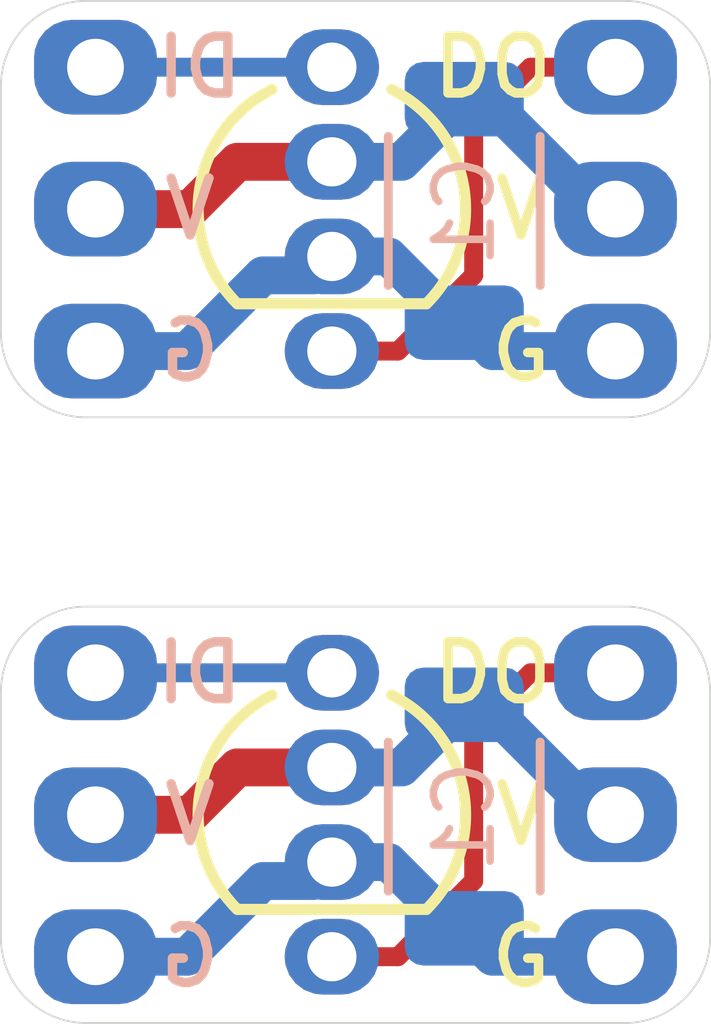
<source format=kicad_pcb>
(kicad_pcb (version 20171130) (host pcbnew "(5.0.1-3-g963ef8bb5)")

  (general
    (thickness 1.6)
    (drawings 28)
    (tracks 54)
    (zones 0)
    (modules 8)
    (nets 5)
  )

  (page A4)
  (layers
    (0 F.Cu signal)
    (31 B.Cu signal)
    (36 B.SilkS user)
    (37 F.SilkS user)
    (38 B.Mask user)
    (39 F.Mask user)
    (44 Edge.Cuts user)
    (45 Margin user)
    (46 B.CrtYd user)
    (47 F.CrtYd user)
  )

  (setup
    (last_trace_width 0.254)
    (trace_clearance 0.2032)
    (zone_clearance 0.4064)
    (zone_45_only no)
    (trace_min 0.2)
    (segment_width 0.2)
    (edge_width 0.0254)
    (via_size 0.7112)
    (via_drill 0.3556)
    (via_min_size 0.4)
    (via_min_drill 0.3)
    (uvia_size 0.3)
    (uvia_drill 0.1)
    (uvias_allowed no)
    (uvia_min_size 0.2)
    (uvia_min_drill 0.1)
    (pcb_text_width 0.3)
    (pcb_text_size 1.5 1.5)
    (mod_edge_width 0.15)
    (mod_text_size 1 1)
    (mod_text_width 0.15)
    (pad_size 1 1.6)
    (pad_drill 0)
    (pad_to_mask_clearance 0.0254)
    (solder_mask_min_width 0.127)
    (aux_axis_origin 0 0)
    (visible_elements FFFFFF7F)
    (pcbplotparams
      (layerselection 0x010fc_ffffffff)
      (usegerberextensions false)
      (usegerberattributes false)
      (usegerberadvancedattributes false)
      (creategerberjobfile false)
      (excludeedgelayer true)
      (linewidth 0.100000)
      (plotframeref false)
      (viasonmask false)
      (mode 1)
      (useauxorigin false)
      (hpglpennumber 1)
      (hpglpenspeed 20)
      (hpglpendiameter 15.000000)
      (psnegative false)
      (psa4output false)
      (plotreference true)
      (plotvalue true)
      (plotinvisibletext false)
      (padsonsilk false)
      (subtractmaskfromsilk false)
      (outputformat 1)
      (mirror false)
      (drillshape 1)
      (scaleselection 1)
      (outputdirectory ""))
  )

  (net 0 "")
  (net 1 GND)
  (net 2 /VCC)
  (net 3 "Net-(J1-Pad1)")
  (net 4 "Net-(J2-Pad1)")

  (net_class Default "This is the default net class."
    (clearance 0.2032)
    (trace_width 0.254)
    (via_dia 0.7112)
    (via_drill 0.3556)
    (uvia_dia 0.3)
    (uvia_drill 0.1)
    (add_net /VCC)
    (add_net GND)
    (add_net "Net-(J1-Pad1)")
    (add_net "Net-(J2-Pad1)")
  )

  (module Capacitors_SMD:C_1206 (layer B.Cu) (tedit 5BF9F74F) (tstamp 5C0A061D)
    (at 147.193 99.719 270)
    (descr "Capacitor SMD 1206, reflow soldering, AVX (see smccp.pdf)")
    (tags "capacitor 1206")
    (path /5BF9F161)
    (attr smd)
    (fp_text reference C1 (at 0 0 270) (layer B.SilkS)
      (effects (font (size 0.762 0.762) (thickness 0.1016)) (justify mirror))
    )
    (fp_text value C (at 0 -2 270) (layer B.Fab)
      (effects (font (size 1 1) (thickness 0.15)) (justify mirror))
    )
    (fp_line (start 2.25 -1.05) (end -2.25 -1.05) (layer B.CrtYd) (width 0.05))
    (fp_line (start 2.25 -1.05) (end 2.25 1.05) (layer B.CrtYd) (width 0.05))
    (fp_line (start -2.25 1.05) (end -2.25 -1.05) (layer B.CrtYd) (width 0.05))
    (fp_line (start -2.25 1.05) (end 2.25 1.05) (layer B.CrtYd) (width 0.05))
    (fp_line (start -1 -1.02) (end 1 -1.02) (layer B.SilkS) (width 0.12))
    (fp_line (start 1 1.02) (end -1 1.02) (layer B.SilkS) (width 0.12))
    (fp_line (start -1.6 0.8) (end 1.6 0.8) (layer B.Fab) (width 0.1))
    (fp_line (start 1.6 0.8) (end 1.6 -0.8) (layer B.Fab) (width 0.1))
    (fp_line (start 1.6 -0.8) (end -1.6 -0.8) (layer B.Fab) (width 0.1))
    (fp_line (start -1.6 -0.8) (end -1.6 0.8) (layer B.Fab) (width 0.1))
    (fp_text user %R (at 0 1.75 270) (layer B.Fab)
      (effects (font (size 1 1) (thickness 0.15)) (justify mirror))
    )
    (pad 2 smd roundrect (at 1.5 0 270) (size 1 1.6) (layers B.Cu B.Paste B.Mask) (roundrect_rratio 0.25)
      (net 1 GND))
    (pad 1 smd roundrect (at -1.5 0 270) (size 1 1.6) (layers B.Cu B.Paste B.Mask) (roundrect_rratio 0.25)
      (net 2 /VCC))
    (model Capacitors_SMD.3dshapes/C_1206.wrl
      (at (xyz 0 0 0))
      (scale (xyz 1 1 1))
      (rotate (xyz 0 0 0))
    )
  )

  (module apa106:APA106 (layer F.Cu) (tedit 5C0A0508) (tstamp 5C0A060F)
    (at 145.415 100.33)
    (path /5BF9ED26)
    (fp_text reference L1 (at 0 2.54) (layer F.SilkS) hide
      (effects (font (size 1 1) (thickness 0.15)))
    )
    (fp_text value APA106 (at 0 -3.81) (layer F.Fab)
      (effects (font (size 1 1) (thickness 0.15)))
    )
    (fp_text user In (at 1.27 -2.54) (layer F.SilkS) hide
      (effects (font (size 0.508 0.508) (thickness 0.0762)))
    )
    (fp_text user Vcc (at 1.397 -1.27) (layer F.SilkS) hide
      (effects (font (size 0.508 0.508) (thickness 0.0762)))
    )
    (fp_text user Gnd (at 1.397 0) (layer F.SilkS) hide
      (effects (font (size 0.508 0.508) (thickness 0.0762)))
    )
    (fp_text user Out (at 1.397 1.27) (layer F.SilkS) hide
      (effects (font (size 0.508 0.508) (thickness 0.0762)))
    )
    (fp_arc (start 0 -0.635) (end 1.269999 0.634999) (angle -108.4349488) (layer F.SilkS) (width 0.15))
    (fp_arc (start 0 -0.635) (end -1.269999 0.634999) (angle 108.4) (layer F.SilkS) (width 0.15))
    (fp_line (start -1.27 0.635) (end 1.27 0.635) (layer F.SilkS) (width 0.15))
    (pad 4 thru_hole roundrect (at 0 1.27) (size 1.27 1.016) (drill 0.6604) (layers *.Cu *.Mask) (roundrect_rratio 0.5)
      (net 4 "Net-(J2-Pad1)"))
    (pad 3 thru_hole roundrect (at 0 0) (size 1.27 1.016) (drill 0.6604) (layers *.Cu *.Mask) (roundrect_rratio 0.5)
      (net 1 GND))
    (pad 2 thru_hole roundrect (at 0 -1.27) (size 1.27 1.016) (drill 0.6604) (layers *.Cu *.Mask) (roundrect_rratio 0.5)
      (net 2 /VCC))
    (pad 1 thru_hole roundrect (at 0 -2.54) (size 1.27 1.016) (drill 0.6604) (layers *.Cu *.Mask) (roundrect_rratio 0.5)
      (net 3 "Net-(J1-Pad1)"))
  )

  (module apa106:narrow_01x03_header (layer F.Cu) (tedit 5C0A002E) (tstamp 5C0A0609)
    (at 149.225 99.695)
    (path /5BF9F35B)
    (fp_text reference J2 (at 0 3.175) (layer F.SilkS) hide
      (effects (font (size 1 1) (thickness 0.15)))
    )
    (fp_text value Conn_01x03 (at 0 -5.08) (layer F.Fab)
      (effects (font (size 1 1) (thickness 0.15)))
    )
    (pad 1 thru_hole roundrect (at 0 -1.905) (size 1.651 1.27) (drill 0.762) (layers *.Cu *.Mask) (roundrect_rratio 0.4)
      (net 4 "Net-(J2-Pad1)"))
    (pad 3 thru_hole roundrect (at 0 1.905) (size 1.651 1.27) (drill 0.762) (layers *.Cu *.Mask) (roundrect_rratio 0.4)
      (net 1 GND))
    (pad 2 thru_hole roundrect (at 0 0) (size 1.651 1.27) (drill 0.762) (layers *.Cu *.Mask) (roundrect_rratio 0.4)
      (net 2 /VCC))
  )

  (module apa106:narrow_01x03_header (layer F.Cu) (tedit 5C0A002E) (tstamp 5C0A0603)
    (at 142.24 99.695)
    (path /5BF9F09A)
    (fp_text reference J1 (at 0 3.175) (layer F.SilkS) hide
      (effects (font (size 1 1) (thickness 0.15)))
    )
    (fp_text value Conn_01x03 (at 0 -5.08) (layer F.Fab)
      (effects (font (size 1 1) (thickness 0.15)))
    )
    (pad 1 thru_hole roundrect (at 0 -1.905) (size 1.651 1.27) (drill 0.762) (layers *.Cu *.Mask) (roundrect_rratio 0.4)
      (net 3 "Net-(J1-Pad1)"))
    (pad 3 thru_hole roundrect (at 0 1.905) (size 1.651 1.27) (drill 0.762) (layers *.Cu *.Mask) (roundrect_rratio 0.4)
      (net 1 GND))
    (pad 2 thru_hole roundrect (at 0 0) (size 1.651 1.27) (drill 0.762) (layers *.Cu *.Mask) (roundrect_rratio 0.4)
      (net 2 /VCC))
  )

  (module apa106:narrow_01x03_header (layer F.Cu) (tedit 5C0A002E) (tstamp 5C0A02BD)
    (at 142.24 107.823)
    (path /5BF9F09A)
    (fp_text reference J1 (at 0 3.175) (layer F.SilkS) hide
      (effects (font (size 1 1) (thickness 0.15)))
    )
    (fp_text value Conn_01x03 (at 0 -5.08) (layer F.Fab)
      (effects (font (size 1 1) (thickness 0.15)))
    )
    (pad 2 thru_hole roundrect (at 0 0) (size 1.651 1.27) (drill 0.762) (layers *.Cu *.Mask) (roundrect_rratio 0.4)
      (net 2 /VCC))
    (pad 3 thru_hole roundrect (at 0 1.905) (size 1.651 1.27) (drill 0.762) (layers *.Cu *.Mask) (roundrect_rratio 0.4)
      (net 1 GND))
    (pad 1 thru_hole roundrect (at 0 -1.905) (size 1.651 1.27) (drill 0.762) (layers *.Cu *.Mask) (roundrect_rratio 0.4)
      (net 3 "Net-(J1-Pad1)"))
  )

  (module apa106:narrow_01x03_header (layer F.Cu) (tedit 5C0A002E) (tstamp 5BFA020C)
    (at 149.225 107.823)
    (path /5BF9F35B)
    (fp_text reference J2 (at 0 3.175) (layer F.SilkS) hide
      (effects (font (size 1 1) (thickness 0.15)))
    )
    (fp_text value Conn_01x03 (at 0 -5.08) (layer F.Fab)
      (effects (font (size 1 1) (thickness 0.15)))
    )
    (pad 2 thru_hole roundrect (at 0 0) (size 1.651 1.27) (drill 0.762) (layers *.Cu *.Mask) (roundrect_rratio 0.4)
      (net 2 /VCC))
    (pad 3 thru_hole roundrect (at 0 1.905) (size 1.651 1.27) (drill 0.762) (layers *.Cu *.Mask) (roundrect_rratio 0.4)
      (net 1 GND))
    (pad 1 thru_hole roundrect (at 0 -1.905) (size 1.651 1.27) (drill 0.762) (layers *.Cu *.Mask) (roundrect_rratio 0.4)
      (net 4 "Net-(J2-Pad1)"))
  )

  (module apa106:APA106 (layer F.Cu) (tedit 5C0A0519) (tstamp 5BFA0212)
    (at 145.415 108.458)
    (path /5BF9ED26)
    (fp_text reference L1 (at 0 2.54) (layer F.SilkS) hide
      (effects (font (size 1 1) (thickness 0.15)))
    )
    (fp_text value APA106 (at 0 -3.81) (layer F.Fab)
      (effects (font (size 1 1) (thickness 0.15)))
    )
    (fp_line (start -1.27 0.635) (end 1.27 0.635) (layer F.SilkS) (width 0.15))
    (fp_arc (start 0 -0.635) (end -1.269999 0.634999) (angle 108.4) (layer F.SilkS) (width 0.15))
    (fp_arc (start 0 -0.635) (end 1.269999 0.634999) (angle -108.4349488) (layer F.SilkS) (width 0.15))
    (fp_text user Out (at 1.397 1.27) (layer F.SilkS) hide
      (effects (font (size 0.508 0.508) (thickness 0.0762)))
    )
    (fp_text user Gnd (at 1.397 0) (layer F.SilkS) hide
      (effects (font (size 0.508 0.508) (thickness 0.0762)))
    )
    (fp_text user Vcc (at 1.397 -1.27) (layer F.SilkS) hide
      (effects (font (size 0.508 0.508) (thickness 0.0762)))
    )
    (fp_text user In (at 1.27 -2.54) (layer F.SilkS) hide
      (effects (font (size 0.508 0.508) (thickness 0.0762)))
    )
    (pad 1 thru_hole roundrect (at 0 -2.54) (size 1.27 1.016) (drill 0.6604) (layers *.Cu *.Mask) (roundrect_rratio 0.5)
      (net 3 "Net-(J1-Pad1)"))
    (pad 2 thru_hole roundrect (at 0 -1.27) (size 1.27 1.016) (drill 0.6604) (layers *.Cu *.Mask) (roundrect_rratio 0.5)
      (net 2 /VCC))
    (pad 3 thru_hole roundrect (at 0 0) (size 1.27 1.016) (drill 0.6604) (layers *.Cu *.Mask) (roundrect_rratio 0.5)
      (net 1 GND))
    (pad 4 thru_hole roundrect (at 0 1.27) (size 1.27 1.016) (drill 0.6604) (layers *.Cu *.Mask) (roundrect_rratio 0.5)
      (net 4 "Net-(J2-Pad1)"))
  )

  (module Capacitors_SMD:C_1206 (layer B.Cu) (tedit 5BF9F74F) (tstamp 5BFA0229)
    (at 147.193 107.847 270)
    (descr "Capacitor SMD 1206, reflow soldering, AVX (see smccp.pdf)")
    (tags "capacitor 1206")
    (path /5BF9F161)
    (attr smd)
    (fp_text reference C1 (at 0 0 270) (layer B.SilkS)
      (effects (font (size 0.762 0.762) (thickness 0.1016)) (justify mirror))
    )
    (fp_text value C (at 0 -2 270) (layer B.Fab)
      (effects (font (size 1 1) (thickness 0.15)) (justify mirror))
    )
    (fp_text user %R (at 0 1.75 270) (layer B.Fab)
      (effects (font (size 1 1) (thickness 0.15)) (justify mirror))
    )
    (fp_line (start -1.6 -0.8) (end -1.6 0.8) (layer B.Fab) (width 0.1))
    (fp_line (start 1.6 -0.8) (end -1.6 -0.8) (layer B.Fab) (width 0.1))
    (fp_line (start 1.6 0.8) (end 1.6 -0.8) (layer B.Fab) (width 0.1))
    (fp_line (start -1.6 0.8) (end 1.6 0.8) (layer B.Fab) (width 0.1))
    (fp_line (start 1 1.02) (end -1 1.02) (layer B.SilkS) (width 0.12))
    (fp_line (start -1 -1.02) (end 1 -1.02) (layer B.SilkS) (width 0.12))
    (fp_line (start -2.25 1.05) (end 2.25 1.05) (layer B.CrtYd) (width 0.05))
    (fp_line (start -2.25 1.05) (end -2.25 -1.05) (layer B.CrtYd) (width 0.05))
    (fp_line (start 2.25 -1.05) (end 2.25 1.05) (layer B.CrtYd) (width 0.05))
    (fp_line (start 2.25 -1.05) (end -2.25 -1.05) (layer B.CrtYd) (width 0.05))
    (pad 1 smd roundrect (at -1.5 0 270) (size 1 1.6) (layers B.Cu B.Paste B.Mask) (roundrect_rratio 0.25)
      (net 2 /VCC))
    (pad 2 smd roundrect (at 1.5 0 270) (size 1 1.6) (layers B.Cu B.Paste B.Mask) (roundrect_rratio 0.25)
      (net 1 GND))
    (model Capacitors_SMD.3dshapes/C_1206.wrl
      (at (xyz 0 0 0))
      (scale (xyz 1 1 1))
      (rotate (xyz 0 0 0))
    )
  )

  (gr_line (start 142.113 96.901) (end 149.352 96.901) (layer Edge.Cuts) (width 0.0254) (tstamp 5C0A0634))
  (gr_arc (start 142.113 98.044) (end 142.113 96.901) (angle -90) (layer Edge.Cuts) (width 0.0254) (tstamp 5C0A0633))
  (gr_arc (start 142.113 101.346) (end 140.97 101.346) (angle -90) (layer Edge.Cuts) (width 0.0254) (tstamp 5C0A0632))
  (gr_arc (start 149.352 101.346) (end 149.352 102.489) (angle -90) (layer Edge.Cuts) (width 0.0254) (tstamp 5C0A0631))
  (gr_arc (start 149.352 98.044) (end 150.495 98.044) (angle -90) (layer Edge.Cuts) (width 0.0254) (tstamp 5C0A0630))
  (gr_line (start 140.97 101.346) (end 140.97 98.044) (layer Edge.Cuts) (width 0.0254) (tstamp 5C0A062F))
  (gr_line (start 149.352 102.489) (end 142.113 102.489) (layer Edge.Cuts) (width 0.0254) (tstamp 5C0A062E))
  (gr_line (start 150.495 98.044) (end 150.495 101.346) (layer Edge.Cuts) (width 0.0254) (tstamp 5C0A062D))
  (gr_text DO (at 147.574 97.79) (layer F.SilkS) (tstamp 5C0A05E7)
    (effects (font (size 0.762 0.762) (thickness 0.127)))
  )
  (gr_text V (at 143.51 99.695) (layer B.SilkS) (tstamp 5C0A05E6)
    (effects (font (size 0.762 0.762) (thickness 0.127)) (justify mirror))
  )
  (gr_text V (at 147.955 99.695) (layer F.SilkS) (tstamp 5C0A05E5)
    (effects (font (size 0.762 0.762) (thickness 0.127)))
  )
  (gr_text DI (at 143.637 97.79) (layer B.SilkS) (tstamp 5C0A05E4)
    (effects (font (size 0.762 0.762) (thickness 0.127)) (justify mirror))
  )
  (gr_text G (at 147.955 101.6) (layer F.SilkS) (tstamp 5C0A05E3)
    (effects (font (size 0.762 0.762) (thickness 0.127)))
  )
  (gr_text G (at 143.51 101.6) (layer B.SilkS) (tstamp 5C0A05E2)
    (effects (font (size 0.762 0.762) (thickness 0.127)) (justify mirror))
  )
  (gr_line (start 150.495 106.172) (end 150.495 109.474) (layer Edge.Cuts) (width 0.0254) (tstamp 5BFA0222))
  (gr_line (start 149.352 110.617) (end 142.113 110.617) (layer Edge.Cuts) (width 0.0254) (tstamp 5BFA0221))
  (gr_line (start 140.97 109.474) (end 140.97 106.172) (layer Edge.Cuts) (width 0.0254) (tstamp 5BFA0220))
  (gr_arc (start 149.352 106.172) (end 150.495 106.172) (angle -90) (layer Edge.Cuts) (width 0.0254) (tstamp 5BFA020B))
  (gr_arc (start 149.352 109.474) (end 149.352 110.617) (angle -90) (layer Edge.Cuts) (width 0.0254) (tstamp 5BFA020A))
  (gr_arc (start 142.113 109.474) (end 140.97 109.474) (angle -90) (layer Edge.Cuts) (width 0.0254) (tstamp 5BFA0209))
  (gr_arc (start 142.113 106.172) (end 142.113 105.029) (angle -90) (layer Edge.Cuts) (width 0.0254) (tstamp 5BFA0208))
  (gr_line (start 142.113 105.029) (end 149.352 105.029) (layer Edge.Cuts) (width 0.0254) (tstamp 5BFA0207))
  (gr_text G (at 147.955 109.728) (layer F.SilkS) (tstamp 5BFA01EE)
    (effects (font (size 0.762 0.762) (thickness 0.127)))
  )
  (gr_text DI (at 143.637 105.918) (layer B.SilkS) (tstamp 5BFA01ED)
    (effects (font (size 0.762 0.762) (thickness 0.127)) (justify mirror))
  )
  (gr_text G (at 143.51 109.728) (layer B.SilkS) (tstamp 5BFA01EC)
    (effects (font (size 0.762 0.762) (thickness 0.127)) (justify mirror))
  )
  (gr_text V (at 147.955 107.823) (layer F.SilkS) (tstamp 5BFA01EB)
    (effects (font (size 0.762 0.762) (thickness 0.127)))
  )
  (gr_text V (at 143.51 107.823) (layer B.SilkS) (tstamp 5BFA01EA)
    (effects (font (size 0.762 0.762) (thickness 0.127)) (justify mirror))
  )
  (gr_text DO (at 147.574 105.918) (layer F.SilkS) (tstamp 5BFA01E8)
    (effects (font (size 0.762 0.762) (thickness 0.127)))
  )

  (segment (start 146.177 108.458) (end 147.066 109.347) (width 0.508) (layer B.Cu) (net 1) (tstamp 5BFA01F1))
  (segment (start 147.066 109.347) (end 147.193 109.347) (width 0.508) (layer B.Cu) (net 1) (tstamp 5BFA01F5))
  (segment (start 149.225 109.728) (end 148.844 109.728) (width 0.508) (layer B.Cu) (net 1) (tstamp 5BFA01F9))
  (segment (start 145.415 108.458) (end 146.177 108.458) (width 0.508) (layer B.Cu) (net 1) (tstamp 5BFA0201))
  (segment (start 145.161 108.712) (end 145.415 108.458) (width 0.508) (layer B.Cu) (net 1))
  (segment (start 144.4895 108.712) (end 145.161 108.712) (width 0.508) (layer B.Cu) (net 1))
  (segment (start 143.4735 109.728) (end 144.4895 108.712) (width 0.508) (layer B.Cu) (net 1))
  (segment (start 142.24 109.728) (end 143.4735 109.728) (width 0.508) (layer B.Cu) (net 1))
  (segment (start 147.574 109.728) (end 147.193 109.347) (width 0.508) (layer B.Cu) (net 1))
  (segment (start 149.225 109.728) (end 147.574 109.728) (width 0.508) (layer B.Cu) (net 1))
  (segment (start 145.161 100.584) (end 145.415 100.33) (width 0.508) (layer B.Cu) (net 1) (tstamp 5C0A05E8))
  (segment (start 149.225 101.6) (end 147.574 101.6) (width 0.508) (layer B.Cu) (net 1) (tstamp 5C0A05EA))
  (segment (start 143.4735 101.6) (end 144.4895 100.584) (width 0.508) (layer B.Cu) (net 1) (tstamp 5C0A05ED))
  (segment (start 142.24 101.6) (end 143.4735 101.6) (width 0.508) (layer B.Cu) (net 1) (tstamp 5C0A05EF))
  (segment (start 144.4895 100.584) (end 145.161 100.584) (width 0.508) (layer B.Cu) (net 1) (tstamp 5C0A05F0))
  (segment (start 146.177 100.33) (end 147.066 101.219) (width 0.508) (layer B.Cu) (net 1) (tstamp 5C0A05F1))
  (segment (start 147.066 101.219) (end 147.193 101.219) (width 0.508) (layer B.Cu) (net 1) (tstamp 5C0A05F2))
  (segment (start 149.225 101.6) (end 148.844 101.6) (width 0.508) (layer B.Cu) (net 1) (tstamp 5C0A05F3))
  (segment (start 145.415 100.33) (end 146.177 100.33) (width 0.508) (layer B.Cu) (net 1) (tstamp 5C0A05F4))
  (segment (start 147.574 101.6) (end 147.193 101.219) (width 0.508) (layer B.Cu) (net 1) (tstamp 5C0A0602))
  (segment (start 145.415 107.188) (end 145.796 107.188) (width 0.508) (layer B.Cu) (net 2) (tstamp 5BFA01EF))
  (segment (start 144.145 107.188) (end 145.415 107.188) (width 0.508) (layer F.Cu) (net 2) (tstamp 5BFA01F0))
  (segment (start 147.114 106.426) (end 147.193 106.347) (width 0.508) (layer B.Cu) (net 2) (tstamp 5BFA01F4))
  (segment (start 143.51 107.823) (end 144.145 107.188) (width 0.508) (layer F.Cu) (net 2) (tstamp 5BFA01F7))
  (segment (start 147.495 106.347) (end 148.971 107.823) (width 0.508) (layer B.Cu) (net 2) (tstamp 5BFA01F8))
  (segment (start 147.193 106.347) (end 147.495 106.347) (width 0.508) (layer B.Cu) (net 2) (tstamp 5BFA0200))
  (segment (start 148.971 107.823) (end 149.225 107.823) (width 0.508) (layer B.Cu) (net 2) (tstamp 5BFA0203))
  (segment (start 142.24 107.823) (end 143.51 107.823) (width 0.508) (layer F.Cu) (net 2) (tstamp 5BFA0204))
  (segment (start 146.352 107.188) (end 147.193 106.347) (width 0.508) (layer B.Cu) (net 2))
  (segment (start 145.415 107.188) (end 146.352 107.188) (width 0.508) (layer B.Cu) (net 2))
  (segment (start 146.352 99.06) (end 147.193 98.219) (width 0.508) (layer B.Cu) (net 2) (tstamp 5C0A05EB))
  (segment (start 144.145 99.06) (end 145.415 99.06) (width 0.508) (layer F.Cu) (net 2) (tstamp 5C0A05EE))
  (segment (start 145.415 99.06) (end 145.796 99.06) (width 0.508) (layer B.Cu) (net 2) (tstamp 5C0A05F5))
  (segment (start 147.114 98.298) (end 147.193 98.219) (width 0.508) (layer B.Cu) (net 2) (tstamp 5C0A05F6))
  (segment (start 143.51 99.695) (end 144.145 99.06) (width 0.508) (layer F.Cu) (net 2) (tstamp 5C0A05F7))
  (segment (start 147.495 98.219) (end 148.971 99.695) (width 0.508) (layer B.Cu) (net 2) (tstamp 5C0A05F8))
  (segment (start 147.193 98.219) (end 147.495 98.219) (width 0.508) (layer B.Cu) (net 2) (tstamp 5C0A05F9))
  (segment (start 148.971 99.695) (end 149.225 99.695) (width 0.508) (layer B.Cu) (net 2) (tstamp 5C0A05FA))
  (segment (start 142.24 99.695) (end 143.51 99.695) (width 0.508) (layer F.Cu) (net 2) (tstamp 5C0A05FB))
  (segment (start 145.415 99.06) (end 146.352 99.06) (width 0.508) (layer B.Cu) (net 2) (tstamp 5C0A05FE))
  (segment (start 142.24 105.918) (end 145.415 105.918) (width 0.254) (layer B.Cu) (net 3) (tstamp 5BFA01FC))
  (segment (start 142.24 97.79) (end 145.415 97.79) (width 0.254) (layer B.Cu) (net 3) (tstamp 5C0A05FD))
  (segment (start 149.098 105.918) (end 149.225 105.791) (width 0.254) (layer F.Cu) (net 4))
  (segment (start 148.082 105.918) (end 149.098 105.918) (width 0.254) (layer F.Cu) (net 4))
  (segment (start 147.32 106.68) (end 148.082 105.918) (width 0.254) (layer F.Cu) (net 4))
  (segment (start 147.32 108.712) (end 147.32 106.68) (width 0.254) (layer F.Cu) (net 4))
  (segment (start 146.304 109.728) (end 147.32 108.712) (width 0.254) (layer F.Cu) (net 4))
  (segment (start 145.415 109.728) (end 146.304 109.728) (width 0.254) (layer F.Cu) (net 4))
  (segment (start 147.32 100.584) (end 147.32 98.552) (width 0.254) (layer F.Cu) (net 4) (tstamp 5C0A05E9))
  (segment (start 145.415 101.6) (end 146.304 101.6) (width 0.254) (layer F.Cu) (net 4) (tstamp 5C0A05EC))
  (segment (start 148.082 97.79) (end 149.098 97.79) (width 0.254) (layer F.Cu) (net 4) (tstamp 5C0A05FC))
  (segment (start 149.098 97.79) (end 149.225 97.663) (width 0.254) (layer F.Cu) (net 4) (tstamp 5C0A05FF))
  (segment (start 146.304 101.6) (end 147.32 100.584) (width 0.254) (layer F.Cu) (net 4) (tstamp 5C0A0600))
  (segment (start 147.32 98.552) (end 148.082 97.79) (width 0.254) (layer F.Cu) (net 4) (tstamp 5C0A0601))

)

</source>
